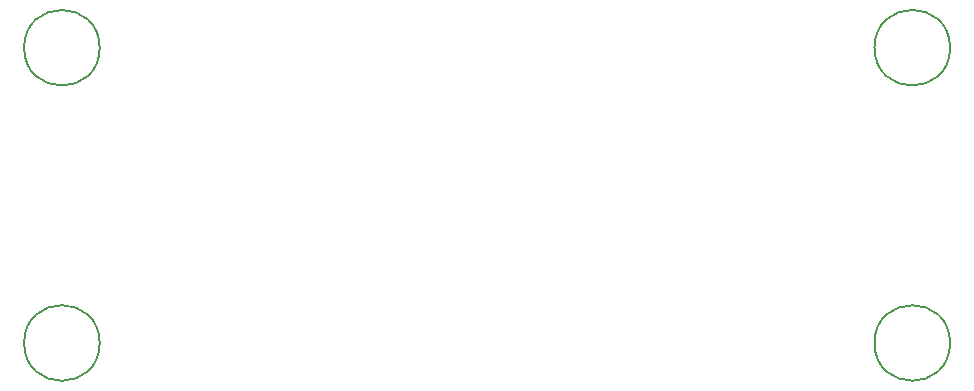
<source format=gbr>
%TF.GenerationSoftware,KiCad,Pcbnew,(7.0.0)*%
%TF.CreationDate,2023-06-29T16:26:30+02:00*%
%TF.ProjectId,V0_Display,56305f44-6973-4706-9c61-792e6b696361,rev?*%
%TF.SameCoordinates,Original*%
%TF.FileFunction,Other,Comment*%
%FSLAX46Y46*%
G04 Gerber Fmt 4.6, Leading zero omitted, Abs format (unit mm)*
G04 Created by KiCad (PCBNEW (7.0.0)) date 2023-06-29 16:26:30*
%MOMM*%
%LPD*%
G01*
G04 APERTURE LIST*
%ADD10C,0.150000*%
G04 APERTURE END LIST*
D10*
%TO.C,H2*%
X164370000Y-80650000D02*
G75*
G03*
X164370000Y-80650000I-3200000J0D01*
G01*
%TO.C,H3*%
X164370000Y-55650000D02*
G75*
G03*
X164370000Y-55650000I-3200000J0D01*
G01*
%TO.C,H4*%
X92370000Y-80650000D02*
G75*
G03*
X92370000Y-80650000I-3200000J0D01*
G01*
%TO.C,H1*%
X92370000Y-55650000D02*
G75*
G03*
X92370000Y-55650000I-3200000J0D01*
G01*
%TD*%
M02*

</source>
